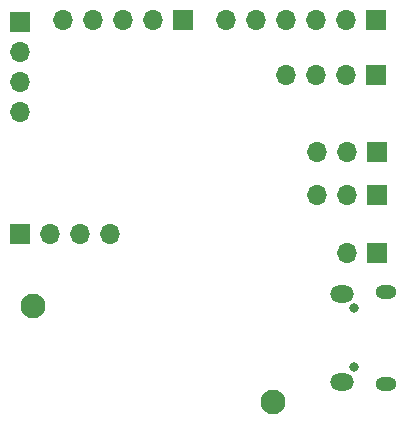
<source format=gbr>
%TF.GenerationSoftware,KiCad,Pcbnew,7.0.6*%
%TF.CreationDate,2023-07-29T21:44:08+03:00*%
%TF.ProjectId,cat-toy-stm-c0,6361742d-746f-4792-9d73-746d2d63302e,rev?*%
%TF.SameCoordinates,Original*%
%TF.FileFunction,Soldermask,Bot*%
%TF.FilePolarity,Negative*%
%FSLAX46Y46*%
G04 Gerber Fmt 4.6, Leading zero omitted, Abs format (unit mm)*
G04 Created by KiCad (PCBNEW 7.0.6) date 2023-07-29 21:44:08*
%MOMM*%
%LPD*%
G01*
G04 APERTURE LIST*
%ADD10C,2.100000*%
%ADD11R,1.700000X1.700000*%
%ADD12O,1.700000X1.700000*%
%ADD13O,0.800000X0.800000*%
%ADD14O,1.800000X1.150000*%
%ADD15O,2.000000X1.450000*%
G04 APERTURE END LIST*
D10*
%TO.C,H2*%
X171250000Y-96400000D03*
%TD*%
%TO.C,H1*%
X191600000Y-104550000D03*
%TD*%
D11*
%TO.C,J6*%
X170180000Y-90300000D03*
D12*
X172720000Y-90300000D03*
X175260000Y-90300000D03*
X177800000Y-90300000D03*
%TD*%
D11*
%TO.C,J1*%
X200380000Y-87000000D03*
D12*
X197840000Y-87000000D03*
X195300000Y-87000000D03*
%TD*%
D11*
%TO.C,J3*%
X200300000Y-76800000D03*
D12*
X197760000Y-76800000D03*
X195220000Y-76800000D03*
X192680000Y-76800000D03*
%TD*%
%TO.C,J4*%
X187600000Y-72200000D03*
X190140000Y-72200000D03*
X192680000Y-72200000D03*
X195220000Y-72200000D03*
X197760000Y-72200000D03*
D11*
X200300000Y-72200000D03*
%TD*%
%TO.C,J9*%
X200400000Y-91900000D03*
D12*
X197860000Y-91900000D03*
%TD*%
D13*
%TO.C,J8*%
X198450000Y-101575000D03*
X198450000Y-96575000D03*
D14*
X201200000Y-102950000D03*
D15*
X197400000Y-102800000D03*
X197400000Y-95350000D03*
D14*
X201200000Y-95200000D03*
%TD*%
D12*
%TO.C,J5*%
X170150000Y-79950000D03*
X170150000Y-77410000D03*
X170150000Y-74870000D03*
D11*
X170150000Y-72330000D03*
%TD*%
%TO.C,J7*%
X183960000Y-72200000D03*
D12*
X181420000Y-72200000D03*
X178880000Y-72200000D03*
X176340000Y-72200000D03*
X173800000Y-72200000D03*
%TD*%
D11*
%TO.C,J2*%
X200380000Y-83350000D03*
D12*
X197840000Y-83350000D03*
X195300000Y-83350000D03*
%TD*%
M02*

</source>
